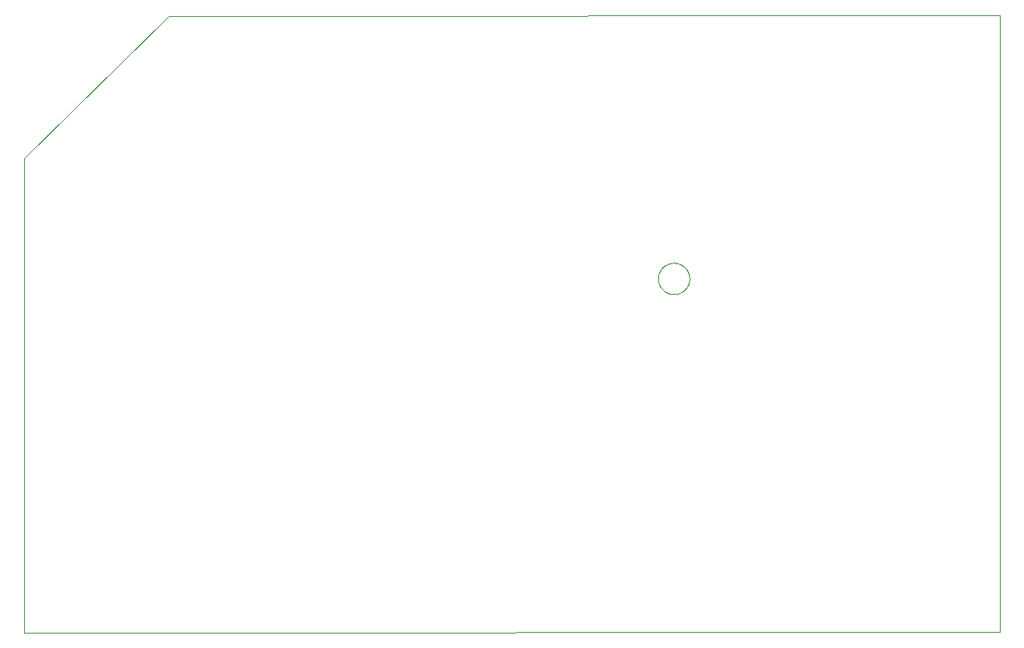
<source format=gko>
G75*
%MOIN*%
%OFA0B0*%
%FSLAX25Y25*%
%IPPOS*%
%LPD*%
%AMOC8*
5,1,8,0,0,1.08239X$1,22.5*
%
%ADD10C,0.00000*%
D10*
X0002200Y0002200D02*
X0002200Y0199050D01*
X0062200Y0258106D01*
X0406609Y0258302D01*
X0406609Y0002397D01*
X0002200Y0002200D01*
X0264991Y0149153D02*
X0264993Y0149314D01*
X0264999Y0149474D01*
X0265009Y0149635D01*
X0265023Y0149795D01*
X0265041Y0149955D01*
X0265062Y0150114D01*
X0265088Y0150273D01*
X0265118Y0150431D01*
X0265151Y0150588D01*
X0265189Y0150745D01*
X0265230Y0150900D01*
X0265275Y0151054D01*
X0265324Y0151207D01*
X0265377Y0151359D01*
X0265433Y0151510D01*
X0265494Y0151659D01*
X0265557Y0151807D01*
X0265625Y0151953D01*
X0265696Y0152097D01*
X0265770Y0152239D01*
X0265848Y0152380D01*
X0265930Y0152518D01*
X0266015Y0152655D01*
X0266103Y0152789D01*
X0266195Y0152921D01*
X0266290Y0153051D01*
X0266388Y0153179D01*
X0266489Y0153304D01*
X0266593Y0153426D01*
X0266700Y0153546D01*
X0266810Y0153663D01*
X0266923Y0153778D01*
X0267039Y0153889D01*
X0267158Y0153998D01*
X0267279Y0154103D01*
X0267403Y0154206D01*
X0267529Y0154306D01*
X0267657Y0154402D01*
X0267788Y0154495D01*
X0267922Y0154585D01*
X0268057Y0154672D01*
X0268195Y0154755D01*
X0268334Y0154835D01*
X0268476Y0154911D01*
X0268619Y0154984D01*
X0268764Y0155053D01*
X0268911Y0155119D01*
X0269059Y0155181D01*
X0269209Y0155239D01*
X0269360Y0155294D01*
X0269513Y0155345D01*
X0269667Y0155392D01*
X0269822Y0155435D01*
X0269978Y0155474D01*
X0270134Y0155510D01*
X0270292Y0155541D01*
X0270450Y0155569D01*
X0270609Y0155593D01*
X0270769Y0155613D01*
X0270929Y0155629D01*
X0271089Y0155641D01*
X0271250Y0155649D01*
X0271411Y0155653D01*
X0271571Y0155653D01*
X0271732Y0155649D01*
X0271893Y0155641D01*
X0272053Y0155629D01*
X0272213Y0155613D01*
X0272373Y0155593D01*
X0272532Y0155569D01*
X0272690Y0155541D01*
X0272848Y0155510D01*
X0273004Y0155474D01*
X0273160Y0155435D01*
X0273315Y0155392D01*
X0273469Y0155345D01*
X0273622Y0155294D01*
X0273773Y0155239D01*
X0273923Y0155181D01*
X0274071Y0155119D01*
X0274218Y0155053D01*
X0274363Y0154984D01*
X0274506Y0154911D01*
X0274648Y0154835D01*
X0274787Y0154755D01*
X0274925Y0154672D01*
X0275060Y0154585D01*
X0275194Y0154495D01*
X0275325Y0154402D01*
X0275453Y0154306D01*
X0275579Y0154206D01*
X0275703Y0154103D01*
X0275824Y0153998D01*
X0275943Y0153889D01*
X0276059Y0153778D01*
X0276172Y0153663D01*
X0276282Y0153546D01*
X0276389Y0153426D01*
X0276493Y0153304D01*
X0276594Y0153179D01*
X0276692Y0153051D01*
X0276787Y0152921D01*
X0276879Y0152789D01*
X0276967Y0152655D01*
X0277052Y0152518D01*
X0277134Y0152380D01*
X0277212Y0152239D01*
X0277286Y0152097D01*
X0277357Y0151953D01*
X0277425Y0151807D01*
X0277488Y0151659D01*
X0277549Y0151510D01*
X0277605Y0151359D01*
X0277658Y0151207D01*
X0277707Y0151054D01*
X0277752Y0150900D01*
X0277793Y0150745D01*
X0277831Y0150588D01*
X0277864Y0150431D01*
X0277894Y0150273D01*
X0277920Y0150114D01*
X0277941Y0149955D01*
X0277959Y0149795D01*
X0277973Y0149635D01*
X0277983Y0149474D01*
X0277989Y0149314D01*
X0277991Y0149153D01*
X0277989Y0148992D01*
X0277983Y0148832D01*
X0277973Y0148671D01*
X0277959Y0148511D01*
X0277941Y0148351D01*
X0277920Y0148192D01*
X0277894Y0148033D01*
X0277864Y0147875D01*
X0277831Y0147718D01*
X0277793Y0147561D01*
X0277752Y0147406D01*
X0277707Y0147252D01*
X0277658Y0147099D01*
X0277605Y0146947D01*
X0277549Y0146796D01*
X0277488Y0146647D01*
X0277425Y0146499D01*
X0277357Y0146353D01*
X0277286Y0146209D01*
X0277212Y0146067D01*
X0277134Y0145926D01*
X0277052Y0145788D01*
X0276967Y0145651D01*
X0276879Y0145517D01*
X0276787Y0145385D01*
X0276692Y0145255D01*
X0276594Y0145127D01*
X0276493Y0145002D01*
X0276389Y0144880D01*
X0276282Y0144760D01*
X0276172Y0144643D01*
X0276059Y0144528D01*
X0275943Y0144417D01*
X0275824Y0144308D01*
X0275703Y0144203D01*
X0275579Y0144100D01*
X0275453Y0144000D01*
X0275325Y0143904D01*
X0275194Y0143811D01*
X0275060Y0143721D01*
X0274925Y0143634D01*
X0274787Y0143551D01*
X0274648Y0143471D01*
X0274506Y0143395D01*
X0274363Y0143322D01*
X0274218Y0143253D01*
X0274071Y0143187D01*
X0273923Y0143125D01*
X0273773Y0143067D01*
X0273622Y0143012D01*
X0273469Y0142961D01*
X0273315Y0142914D01*
X0273160Y0142871D01*
X0273004Y0142832D01*
X0272848Y0142796D01*
X0272690Y0142765D01*
X0272532Y0142737D01*
X0272373Y0142713D01*
X0272213Y0142693D01*
X0272053Y0142677D01*
X0271893Y0142665D01*
X0271732Y0142657D01*
X0271571Y0142653D01*
X0271411Y0142653D01*
X0271250Y0142657D01*
X0271089Y0142665D01*
X0270929Y0142677D01*
X0270769Y0142693D01*
X0270609Y0142713D01*
X0270450Y0142737D01*
X0270292Y0142765D01*
X0270134Y0142796D01*
X0269978Y0142832D01*
X0269822Y0142871D01*
X0269667Y0142914D01*
X0269513Y0142961D01*
X0269360Y0143012D01*
X0269209Y0143067D01*
X0269059Y0143125D01*
X0268911Y0143187D01*
X0268764Y0143253D01*
X0268619Y0143322D01*
X0268476Y0143395D01*
X0268334Y0143471D01*
X0268195Y0143551D01*
X0268057Y0143634D01*
X0267922Y0143721D01*
X0267788Y0143811D01*
X0267657Y0143904D01*
X0267529Y0144000D01*
X0267403Y0144100D01*
X0267279Y0144203D01*
X0267158Y0144308D01*
X0267039Y0144417D01*
X0266923Y0144528D01*
X0266810Y0144643D01*
X0266700Y0144760D01*
X0266593Y0144880D01*
X0266489Y0145002D01*
X0266388Y0145127D01*
X0266290Y0145255D01*
X0266195Y0145385D01*
X0266103Y0145517D01*
X0266015Y0145651D01*
X0265930Y0145788D01*
X0265848Y0145926D01*
X0265770Y0146067D01*
X0265696Y0146209D01*
X0265625Y0146353D01*
X0265557Y0146499D01*
X0265494Y0146647D01*
X0265433Y0146796D01*
X0265377Y0146947D01*
X0265324Y0147099D01*
X0265275Y0147252D01*
X0265230Y0147406D01*
X0265189Y0147561D01*
X0265151Y0147718D01*
X0265118Y0147875D01*
X0265088Y0148033D01*
X0265062Y0148192D01*
X0265041Y0148351D01*
X0265023Y0148511D01*
X0265009Y0148671D01*
X0264999Y0148832D01*
X0264993Y0148992D01*
X0264991Y0149153D01*
M02*

</source>
